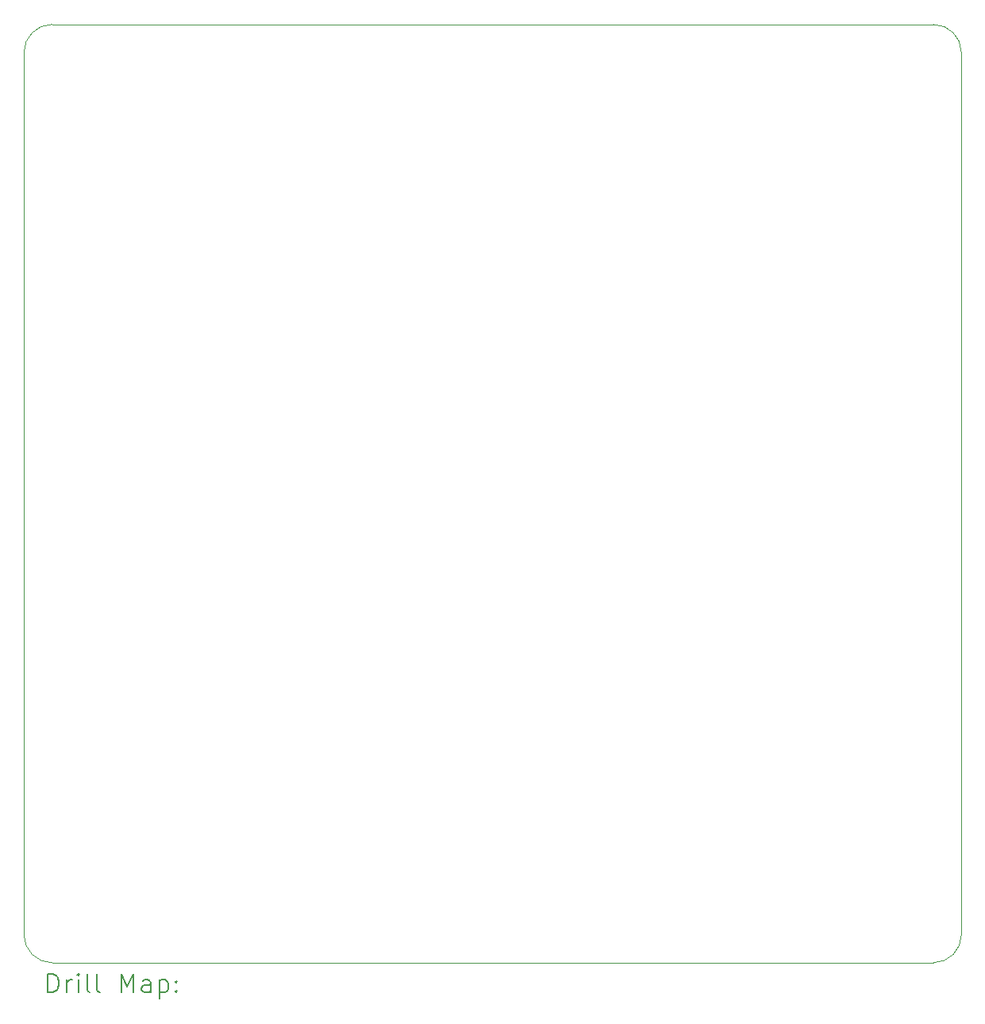
<source format=gbr>
%TF.GenerationSoftware,KiCad,Pcbnew,7.0.10*%
%TF.CreationDate,2024-02-16T21:01:25+01:00*%
%TF.ProjectId,minigame,6d696e69-6761-46d6-952e-6b696361645f,1.0*%
%TF.SameCoordinates,Original*%
%TF.FileFunction,Drillmap*%
%TF.FilePolarity,Positive*%
%FSLAX45Y45*%
G04 Gerber Fmt 4.5, Leading zero omitted, Abs format (unit mm)*
G04 Created by KiCad (PCBNEW 7.0.10) date 2024-02-16 21:01:25*
%MOMM*%
%LPD*%
G01*
G04 APERTURE LIST*
%ADD10C,0.100000*%
%ADD11C,0.200000*%
G04 APERTURE END LIST*
D10*
X18169338Y-15037998D02*
G75*
G03*
X18469338Y-14738000I2J299998D01*
G01*
X18469338Y-5337845D02*
X18469338Y-14738000D01*
X8468640Y-14738000D02*
G75*
G03*
X8768642Y-15038000I300000J0D01*
G01*
X8468642Y-14738000D02*
X8468642Y-5337845D01*
X18169338Y-15038000D02*
X8768642Y-15038000D01*
X8768642Y-5037845D02*
G75*
G03*
X8468642Y-5337845I0J-300000D01*
G01*
X18469335Y-5337845D02*
G75*
G03*
X18169338Y-5037845I-299995J5D01*
G01*
X8768642Y-5037845D02*
X18169338Y-5037845D01*
D11*
X8724419Y-15354484D02*
X8724419Y-15154484D01*
X8724419Y-15154484D02*
X8772038Y-15154484D01*
X8772038Y-15154484D02*
X8800609Y-15164008D01*
X8800609Y-15164008D02*
X8819657Y-15183055D01*
X8819657Y-15183055D02*
X8829181Y-15202103D01*
X8829181Y-15202103D02*
X8838704Y-15240198D01*
X8838704Y-15240198D02*
X8838704Y-15268770D01*
X8838704Y-15268770D02*
X8829181Y-15306865D01*
X8829181Y-15306865D02*
X8819657Y-15325913D01*
X8819657Y-15325913D02*
X8800609Y-15344960D01*
X8800609Y-15344960D02*
X8772038Y-15354484D01*
X8772038Y-15354484D02*
X8724419Y-15354484D01*
X8924419Y-15354484D02*
X8924419Y-15221151D01*
X8924419Y-15259246D02*
X8933942Y-15240198D01*
X8933942Y-15240198D02*
X8943466Y-15230674D01*
X8943466Y-15230674D02*
X8962514Y-15221151D01*
X8962514Y-15221151D02*
X8981562Y-15221151D01*
X9048228Y-15354484D02*
X9048228Y-15221151D01*
X9048228Y-15154484D02*
X9038704Y-15164008D01*
X9038704Y-15164008D02*
X9048228Y-15173532D01*
X9048228Y-15173532D02*
X9057752Y-15164008D01*
X9057752Y-15164008D02*
X9048228Y-15154484D01*
X9048228Y-15154484D02*
X9048228Y-15173532D01*
X9172038Y-15354484D02*
X9152990Y-15344960D01*
X9152990Y-15344960D02*
X9143466Y-15325913D01*
X9143466Y-15325913D02*
X9143466Y-15154484D01*
X9276800Y-15354484D02*
X9257752Y-15344960D01*
X9257752Y-15344960D02*
X9248228Y-15325913D01*
X9248228Y-15325913D02*
X9248228Y-15154484D01*
X9505371Y-15354484D02*
X9505371Y-15154484D01*
X9505371Y-15154484D02*
X9572038Y-15297341D01*
X9572038Y-15297341D02*
X9638704Y-15154484D01*
X9638704Y-15154484D02*
X9638704Y-15354484D01*
X9819657Y-15354484D02*
X9819657Y-15249722D01*
X9819657Y-15249722D02*
X9810133Y-15230674D01*
X9810133Y-15230674D02*
X9791085Y-15221151D01*
X9791085Y-15221151D02*
X9752990Y-15221151D01*
X9752990Y-15221151D02*
X9733942Y-15230674D01*
X9819657Y-15344960D02*
X9800609Y-15354484D01*
X9800609Y-15354484D02*
X9752990Y-15354484D01*
X9752990Y-15354484D02*
X9733942Y-15344960D01*
X9733942Y-15344960D02*
X9724419Y-15325913D01*
X9724419Y-15325913D02*
X9724419Y-15306865D01*
X9724419Y-15306865D02*
X9733942Y-15287817D01*
X9733942Y-15287817D02*
X9752990Y-15278294D01*
X9752990Y-15278294D02*
X9800609Y-15278294D01*
X9800609Y-15278294D02*
X9819657Y-15268770D01*
X9914895Y-15221151D02*
X9914895Y-15421151D01*
X9914895Y-15230674D02*
X9933942Y-15221151D01*
X9933942Y-15221151D02*
X9972038Y-15221151D01*
X9972038Y-15221151D02*
X9991085Y-15230674D01*
X9991085Y-15230674D02*
X10000609Y-15240198D01*
X10000609Y-15240198D02*
X10010133Y-15259246D01*
X10010133Y-15259246D02*
X10010133Y-15316389D01*
X10010133Y-15316389D02*
X10000609Y-15335436D01*
X10000609Y-15335436D02*
X9991085Y-15344960D01*
X9991085Y-15344960D02*
X9972038Y-15354484D01*
X9972038Y-15354484D02*
X9933942Y-15354484D01*
X9933942Y-15354484D02*
X9914895Y-15344960D01*
X10095847Y-15335436D02*
X10105371Y-15344960D01*
X10105371Y-15344960D02*
X10095847Y-15354484D01*
X10095847Y-15354484D02*
X10086323Y-15344960D01*
X10086323Y-15344960D02*
X10095847Y-15335436D01*
X10095847Y-15335436D02*
X10095847Y-15354484D01*
X10095847Y-15230674D02*
X10105371Y-15240198D01*
X10105371Y-15240198D02*
X10095847Y-15249722D01*
X10095847Y-15249722D02*
X10086323Y-15240198D01*
X10086323Y-15240198D02*
X10095847Y-15230674D01*
X10095847Y-15230674D02*
X10095847Y-15249722D01*
M02*

</source>
